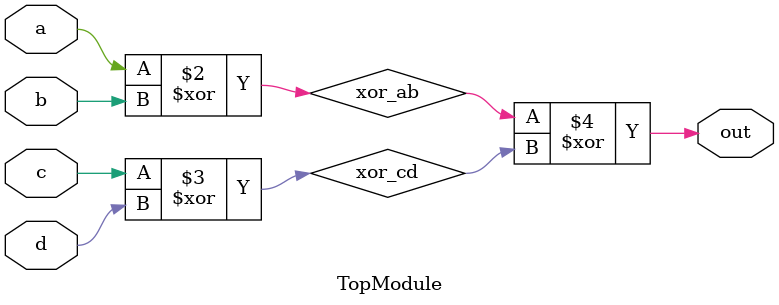
<source format=sv>

module TopModule (
  input a,
  input b,
  input c,
  input d,
  output reg out
);

  reg xor_ab;
  reg xor_cd;
  
  always @(*) begin
    xor_ab = a ^ b;
    xor_cd = c ^ d;
    out = xor_ab ^ xor_cd;
  end
endmodule

</source>
